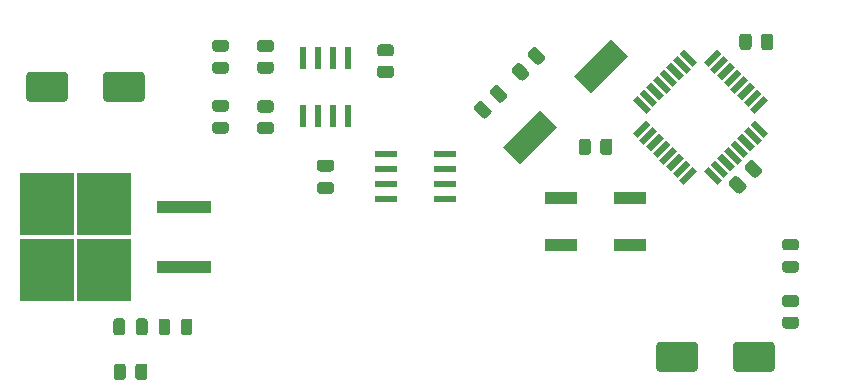
<source format=gbr>
%TF.GenerationSoftware,KiCad,Pcbnew,(5.1.8-0-10_14)*%
%TF.CreationDate,2021-01-12T16:11:11+01:00*%
%TF.ProjectId,battery_checker,62617474-6572-4795-9f63-6865636b6572,rev?*%
%TF.SameCoordinates,Original*%
%TF.FileFunction,Paste,Top*%
%TF.FilePolarity,Positive*%
%FSLAX46Y46*%
G04 Gerber Fmt 4.6, Leading zero omitted, Abs format (unit mm)*
G04 Created by KiCad (PCBNEW (5.1.8-0-10_14)) date 2021-01-12 16:11:11*
%MOMM*%
%LPD*%
G01*
G04 APERTURE LIST*
%ADD10R,0.600000X1.970000*%
%ADD11R,4.600000X1.100000*%
%ADD12R,4.550000X5.250000*%
%ADD13R,2.800000X1.000000*%
%ADD14C,0.100000*%
%ADD15R,1.970000X0.600000*%
G04 APERTURE END LIST*
%TO.C,C1*%
G36*
G01*
X147302322Y-97209429D02*
X146630571Y-96537678D01*
G75*
G02*
X146630571Y-96184124I176777J176777D01*
G01*
X146984124Y-95830571D01*
G75*
G02*
X147337678Y-95830571I176777J-176777D01*
G01*
X148009429Y-96502322D01*
G75*
G02*
X148009429Y-96855876I-176777J-176777D01*
G01*
X147655876Y-97209429D01*
G75*
G02*
X147302322Y-97209429I-176777J176777D01*
G01*
G37*
G36*
G01*
X148645824Y-95865927D02*
X147974073Y-95194176D01*
G75*
G02*
X147974073Y-94840622I176777J176777D01*
G01*
X148327626Y-94487069D01*
G75*
G02*
X148681180Y-94487069I176777J-176777D01*
G01*
X149352931Y-95158820D01*
G75*
G02*
X149352931Y-95512374I-176777J-176777D01*
G01*
X148999378Y-95865927D01*
G75*
G02*
X148645824Y-95865927I-176777J176777D01*
G01*
G37*
%TD*%
%TO.C,C2*%
G36*
G01*
X144125927Y-99042322D02*
X144797678Y-99714073D01*
G75*
G02*
X144797678Y-100067627I-176777J-176777D01*
G01*
X144444125Y-100421180D01*
G75*
G02*
X144090571Y-100421180I-176777J176777D01*
G01*
X143418820Y-99749429D01*
G75*
G02*
X143418820Y-99395875I176777J176777D01*
G01*
X143772373Y-99042322D01*
G75*
G02*
X144125927Y-99042322I176777J-176777D01*
G01*
G37*
G36*
G01*
X145469429Y-97698820D02*
X146141180Y-98370571D01*
G75*
G02*
X146141180Y-98724125I-176777J-176777D01*
G01*
X145787627Y-99077678D01*
G75*
G02*
X145434073Y-99077678I-176777J176777D01*
G01*
X144762322Y-98405927D01*
G75*
G02*
X144762322Y-98052373I176777J176777D01*
G01*
X145115875Y-97698820D01*
G75*
G02*
X145469429Y-97698820I176777J-176777D01*
G01*
G37*
%TD*%
%TO.C,C3*%
G36*
G01*
X114750000Y-118585000D02*
X114750000Y-117635000D01*
G75*
G02*
X115000000Y-117385000I250000J0D01*
G01*
X115500000Y-117385000D01*
G75*
G02*
X115750000Y-117635000I0J-250000D01*
G01*
X115750000Y-118585000D01*
G75*
G02*
X115500000Y-118835000I-250000J0D01*
G01*
X115000000Y-118835000D01*
G75*
G02*
X114750000Y-118585000I0J250000D01*
G01*
G37*
G36*
G01*
X112850000Y-118585000D02*
X112850000Y-117635000D01*
G75*
G02*
X113100000Y-117385000I250000J0D01*
G01*
X113600000Y-117385000D01*
G75*
G02*
X113850000Y-117635000I0J-250000D01*
G01*
X113850000Y-118585000D01*
G75*
G02*
X113600000Y-118835000I-250000J0D01*
G01*
X113100000Y-118835000D01*
G75*
G02*
X112850000Y-118585000I0J250000D01*
G01*
G37*
%TD*%
%TO.C,C4*%
G36*
G01*
X105490000Y-98790000D02*
X105490000Y-96790000D01*
G75*
G02*
X105740000Y-96540000I250000J0D01*
G01*
X108740000Y-96540000D01*
G75*
G02*
X108990000Y-96790000I0J-250000D01*
G01*
X108990000Y-98790000D01*
G75*
G02*
X108740000Y-99040000I-250000J0D01*
G01*
X105740000Y-99040000D01*
G75*
G02*
X105490000Y-98790000I0J250000D01*
G01*
G37*
G36*
G01*
X111990000Y-98790000D02*
X111990000Y-96790000D01*
G75*
G02*
X112240000Y-96540000I250000J0D01*
G01*
X115240000Y-96540000D01*
G75*
G02*
X115490000Y-96790000I0J-250000D01*
G01*
X115490000Y-98790000D01*
G75*
G02*
X115240000Y-99040000I-250000J0D01*
G01*
X112240000Y-99040000D01*
G75*
G02*
X111990000Y-98790000I0J250000D01*
G01*
G37*
%TD*%
%TO.C,C5*%
G36*
G01*
X130335000Y-103960000D02*
X131285000Y-103960000D01*
G75*
G02*
X131535000Y-104210000I0J-250000D01*
G01*
X131535000Y-104710000D01*
G75*
G02*
X131285000Y-104960000I-250000J0D01*
G01*
X130335000Y-104960000D01*
G75*
G02*
X130085000Y-104710000I0J250000D01*
G01*
X130085000Y-104210000D01*
G75*
G02*
X130335000Y-103960000I250000J0D01*
G01*
G37*
G36*
G01*
X130335000Y-105860000D02*
X131285000Y-105860000D01*
G75*
G02*
X131535000Y-106110000I0J-250000D01*
G01*
X131535000Y-106610000D01*
G75*
G02*
X131285000Y-106860000I-250000J0D01*
G01*
X130335000Y-106860000D01*
G75*
G02*
X130085000Y-106610000I0J250000D01*
G01*
X130085000Y-106110000D01*
G75*
G02*
X130335000Y-105860000I250000J0D01*
G01*
G37*
%TD*%
%TO.C,C6*%
G36*
G01*
X165330000Y-121650000D02*
X165330000Y-119650000D01*
G75*
G02*
X165580000Y-119400000I250000J0D01*
G01*
X168580000Y-119400000D01*
G75*
G02*
X168830000Y-119650000I0J-250000D01*
G01*
X168830000Y-121650000D01*
G75*
G02*
X168580000Y-121900000I-250000J0D01*
G01*
X165580000Y-121900000D01*
G75*
G02*
X165330000Y-121650000I0J250000D01*
G01*
G37*
G36*
G01*
X158830000Y-121650000D02*
X158830000Y-119650000D01*
G75*
G02*
X159080000Y-119400000I250000J0D01*
G01*
X162080000Y-119400000D01*
G75*
G02*
X162330000Y-119650000I0J-250000D01*
G01*
X162330000Y-121650000D01*
G75*
G02*
X162080000Y-121900000I-250000J0D01*
G01*
X159080000Y-121900000D01*
G75*
G02*
X158830000Y-121650000I0J250000D01*
G01*
G37*
%TD*%
%TO.C,C7*%
G36*
G01*
X165680571Y-106771180D02*
X165008820Y-106099429D01*
G75*
G02*
X165008820Y-105745875I176777J176777D01*
G01*
X165362373Y-105392322D01*
G75*
G02*
X165715927Y-105392322I176777J-176777D01*
G01*
X166387678Y-106064073D01*
G75*
G02*
X166387678Y-106417627I-176777J-176777D01*
G01*
X166034125Y-106771180D01*
G75*
G02*
X165680571Y-106771180I-176777J176777D01*
G01*
G37*
G36*
G01*
X167024073Y-105427678D02*
X166352322Y-104755927D01*
G75*
G02*
X166352322Y-104402373I176777J176777D01*
G01*
X166705875Y-104048820D01*
G75*
G02*
X167059429Y-104048820I176777J-176777D01*
G01*
X167731180Y-104720571D01*
G75*
G02*
X167731180Y-105074125I-176777J-176777D01*
G01*
X167377627Y-105427678D01*
G75*
G02*
X167024073Y-105427678I-176777J176777D01*
G01*
G37*
%TD*%
%TO.C,D1*%
G36*
G01*
X121463750Y-95700000D02*
X122376250Y-95700000D01*
G75*
G02*
X122620000Y-95943750I0J-243750D01*
G01*
X122620000Y-96431250D01*
G75*
G02*
X122376250Y-96675000I-243750J0D01*
G01*
X121463750Y-96675000D01*
G75*
G02*
X121220000Y-96431250I0J243750D01*
G01*
X121220000Y-95943750D01*
G75*
G02*
X121463750Y-95700000I243750J0D01*
G01*
G37*
G36*
G01*
X121463750Y-93825000D02*
X122376250Y-93825000D01*
G75*
G02*
X122620000Y-94068750I0J-243750D01*
G01*
X122620000Y-94556250D01*
G75*
G02*
X122376250Y-94800000I-243750J0D01*
G01*
X121463750Y-94800000D01*
G75*
G02*
X121220000Y-94556250I0J243750D01*
G01*
X121220000Y-94068750D01*
G75*
G02*
X121463750Y-93825000I243750J0D01*
G01*
G37*
%TD*%
%TO.C,D2*%
G36*
G01*
X121463750Y-98905000D02*
X122376250Y-98905000D01*
G75*
G02*
X122620000Y-99148750I0J-243750D01*
G01*
X122620000Y-99636250D01*
G75*
G02*
X122376250Y-99880000I-243750J0D01*
G01*
X121463750Y-99880000D01*
G75*
G02*
X121220000Y-99636250I0J243750D01*
G01*
X121220000Y-99148750D01*
G75*
G02*
X121463750Y-98905000I243750J0D01*
G01*
G37*
G36*
G01*
X121463750Y-100780000D02*
X122376250Y-100780000D01*
G75*
G02*
X122620000Y-101023750I0J-243750D01*
G01*
X122620000Y-101511250D01*
G75*
G02*
X122376250Y-101755000I-243750J0D01*
G01*
X121463750Y-101755000D01*
G75*
G02*
X121220000Y-101511250I0J243750D01*
G01*
X121220000Y-101023750D01*
G75*
G02*
X121463750Y-100780000I243750J0D01*
G01*
G37*
%TD*%
%TO.C,D3*%
G36*
G01*
X170636250Y-113517500D02*
X169723750Y-113517500D01*
G75*
G02*
X169480000Y-113273750I0J243750D01*
G01*
X169480000Y-112786250D01*
G75*
G02*
X169723750Y-112542500I243750J0D01*
G01*
X170636250Y-112542500D01*
G75*
G02*
X170880000Y-112786250I0J-243750D01*
G01*
X170880000Y-113273750D01*
G75*
G02*
X170636250Y-113517500I-243750J0D01*
G01*
G37*
G36*
G01*
X170636250Y-111642500D02*
X169723750Y-111642500D01*
G75*
G02*
X169480000Y-111398750I0J243750D01*
G01*
X169480000Y-110911250D01*
G75*
G02*
X169723750Y-110667500I243750J0D01*
G01*
X170636250Y-110667500D01*
G75*
G02*
X170880000Y-110911250I0J-243750D01*
G01*
X170880000Y-111398750D01*
G75*
G02*
X170636250Y-111642500I-243750J0D01*
G01*
G37*
%TD*%
D10*
%TO.C,IC1*%
X132715000Y-100260000D03*
X131445000Y-100260000D03*
X130175000Y-100260000D03*
X128905000Y-100260000D03*
X128905000Y-95320000D03*
X130175000Y-95320000D03*
X131445000Y-95320000D03*
X132715000Y-95320000D03*
%TD*%
D11*
%TO.C,Q1*%
X118805000Y-113030000D03*
X118805000Y-107950000D03*
D12*
X107230000Y-107715000D03*
X112080000Y-113265000D03*
X107230000Y-113265000D03*
X112080000Y-107715000D03*
%TD*%
%TO.C,R1*%
G36*
G01*
X152245000Y-103320001D02*
X152245000Y-102419999D01*
G75*
G02*
X152494999Y-102170000I249999J0D01*
G01*
X153020001Y-102170000D01*
G75*
G02*
X153270000Y-102419999I0J-249999D01*
G01*
X153270000Y-103320001D01*
G75*
G02*
X153020001Y-103570000I-249999J0D01*
G01*
X152494999Y-103570000D01*
G75*
G02*
X152245000Y-103320001I0J249999D01*
G01*
G37*
G36*
G01*
X154070000Y-103320001D02*
X154070000Y-102419999D01*
G75*
G02*
X154319999Y-102170000I249999J0D01*
G01*
X154845001Y-102170000D01*
G75*
G02*
X155095000Y-102419999I0J-249999D01*
G01*
X155095000Y-103320001D01*
G75*
G02*
X154845001Y-103570000I-249999J0D01*
G01*
X154319999Y-103570000D01*
G75*
G02*
X154070000Y-103320001I0J249999D01*
G01*
G37*
%TD*%
%TO.C,R3*%
G36*
G01*
X125279999Y-95650000D02*
X126180001Y-95650000D01*
G75*
G02*
X126430000Y-95899999I0J-249999D01*
G01*
X126430000Y-96425001D01*
G75*
G02*
X126180001Y-96675000I-249999J0D01*
G01*
X125279999Y-96675000D01*
G75*
G02*
X125030000Y-96425001I0J249999D01*
G01*
X125030000Y-95899999D01*
G75*
G02*
X125279999Y-95650000I249999J0D01*
G01*
G37*
G36*
G01*
X125279999Y-93825000D02*
X126180001Y-93825000D01*
G75*
G02*
X126430000Y-94074999I0J-249999D01*
G01*
X126430000Y-94600001D01*
G75*
G02*
X126180001Y-94850000I-249999J0D01*
G01*
X125279999Y-94850000D01*
G75*
G02*
X125030000Y-94600001I0J249999D01*
G01*
X125030000Y-94074999D01*
G75*
G02*
X125279999Y-93825000I249999J0D01*
G01*
G37*
%TD*%
%TO.C,R4*%
G36*
G01*
X125279999Y-98940001D02*
X126180001Y-98940001D01*
G75*
G02*
X126430000Y-99190000I0J-249999D01*
G01*
X126430000Y-99715002D01*
G75*
G02*
X126180001Y-99965001I-249999J0D01*
G01*
X125279999Y-99965001D01*
G75*
G02*
X125030000Y-99715002I0J249999D01*
G01*
X125030000Y-99190000D01*
G75*
G02*
X125279999Y-98940001I249999J0D01*
G01*
G37*
G36*
G01*
X125279999Y-100765001D02*
X126180001Y-100765001D01*
G75*
G02*
X126430000Y-101015000I0J-249999D01*
G01*
X126430000Y-101540002D01*
G75*
G02*
X126180001Y-101790001I-249999J0D01*
G01*
X125279999Y-101790001D01*
G75*
G02*
X125030000Y-101540002I0J249999D01*
G01*
X125030000Y-101015000D01*
G75*
G02*
X125279999Y-100765001I249999J0D01*
G01*
G37*
%TD*%
%TO.C,R5*%
G36*
G01*
X169729999Y-117240000D02*
X170630001Y-117240000D01*
G75*
G02*
X170880000Y-117489999I0J-249999D01*
G01*
X170880000Y-118015001D01*
G75*
G02*
X170630001Y-118265000I-249999J0D01*
G01*
X169729999Y-118265000D01*
G75*
G02*
X169480000Y-118015001I0J249999D01*
G01*
X169480000Y-117489999D01*
G75*
G02*
X169729999Y-117240000I249999J0D01*
G01*
G37*
G36*
G01*
X169729999Y-115415000D02*
X170630001Y-115415000D01*
G75*
G02*
X170880000Y-115664999I0J-249999D01*
G01*
X170880000Y-116190001D01*
G75*
G02*
X170630001Y-116440000I-249999J0D01*
G01*
X169729999Y-116440000D01*
G75*
G02*
X169480000Y-116190001I0J249999D01*
G01*
X169480000Y-115664999D01*
G75*
G02*
X169729999Y-115415000I249999J0D01*
G01*
G37*
%TD*%
%TO.C,R6*%
G36*
G01*
X136340001Y-97032500D02*
X135439999Y-97032500D01*
G75*
G02*
X135190000Y-96782501I0J249999D01*
G01*
X135190000Y-96257499D01*
G75*
G02*
X135439999Y-96007500I249999J0D01*
G01*
X136340001Y-96007500D01*
G75*
G02*
X136590000Y-96257499I0J-249999D01*
G01*
X136590000Y-96782501D01*
G75*
G02*
X136340001Y-97032500I-249999J0D01*
G01*
G37*
G36*
G01*
X136340001Y-95207500D02*
X135439999Y-95207500D01*
G75*
G02*
X135190000Y-94957501I0J249999D01*
G01*
X135190000Y-94432499D01*
G75*
G02*
X135439999Y-94182500I249999J0D01*
G01*
X136340001Y-94182500D01*
G75*
G02*
X136590000Y-94432499I0J-249999D01*
G01*
X136590000Y-94957501D01*
G75*
G02*
X136340001Y-95207500I-249999J0D01*
G01*
G37*
%TD*%
D13*
%TO.C,SW1*%
X150770000Y-107220000D03*
X156570000Y-107220000D03*
X150770000Y-111220000D03*
X156570000Y-111220000D03*
%TD*%
D14*
%TO.C,U1*%
G36*
X160774555Y-94973666D02*
G01*
X161163464Y-94584757D01*
X162294835Y-95716128D01*
X161905926Y-96105037D01*
X160774555Y-94973666D01*
G37*
G36*
X160208870Y-95539352D02*
G01*
X160597779Y-95150443D01*
X161729150Y-96281814D01*
X161340241Y-96670723D01*
X160208870Y-95539352D01*
G37*
G36*
X159643184Y-96105037D02*
G01*
X160032093Y-95716128D01*
X161163464Y-96847499D01*
X160774555Y-97236408D01*
X159643184Y-96105037D01*
G37*
G36*
X159077499Y-96670722D02*
G01*
X159466408Y-96281813D01*
X160597779Y-97413184D01*
X160208870Y-97802093D01*
X159077499Y-96670722D01*
G37*
G36*
X158511813Y-97236408D02*
G01*
X158900722Y-96847499D01*
X160032093Y-97978870D01*
X159643184Y-98367779D01*
X158511813Y-97236408D01*
G37*
G36*
X157946128Y-97802093D02*
G01*
X158335037Y-97413184D01*
X159466408Y-98544555D01*
X159077499Y-98933464D01*
X157946128Y-97802093D01*
G37*
G36*
X157380443Y-98367779D02*
G01*
X157769352Y-97978870D01*
X158900723Y-99110241D01*
X158511814Y-99499150D01*
X157380443Y-98367779D01*
G37*
G36*
X156814757Y-98933464D02*
G01*
X157203666Y-98544555D01*
X158335037Y-99675926D01*
X157946128Y-100064835D01*
X156814757Y-98933464D01*
G37*
G36*
X157203666Y-102115445D02*
G01*
X156814757Y-101726536D01*
X157946128Y-100595165D01*
X158335037Y-100984074D01*
X157203666Y-102115445D01*
G37*
G36*
X157769352Y-102681130D02*
G01*
X157380443Y-102292221D01*
X158511814Y-101160850D01*
X158900723Y-101549759D01*
X157769352Y-102681130D01*
G37*
G36*
X158335037Y-103246816D02*
G01*
X157946128Y-102857907D01*
X159077499Y-101726536D01*
X159466408Y-102115445D01*
X158335037Y-103246816D01*
G37*
G36*
X158900722Y-103812501D02*
G01*
X158511813Y-103423592D01*
X159643184Y-102292221D01*
X160032093Y-102681130D01*
X158900722Y-103812501D01*
G37*
G36*
X159466408Y-104378187D02*
G01*
X159077499Y-103989278D01*
X160208870Y-102857907D01*
X160597779Y-103246816D01*
X159466408Y-104378187D01*
G37*
G36*
X160032093Y-104943872D02*
G01*
X159643184Y-104554963D01*
X160774555Y-103423592D01*
X161163464Y-103812501D01*
X160032093Y-104943872D01*
G37*
G36*
X160597779Y-105509557D02*
G01*
X160208870Y-105120648D01*
X161340241Y-103989277D01*
X161729150Y-104378186D01*
X160597779Y-105509557D01*
G37*
G36*
X161163464Y-106075243D02*
G01*
X160774555Y-105686334D01*
X161905926Y-104554963D01*
X162294835Y-104943872D01*
X161163464Y-106075243D01*
G37*
G36*
X162825165Y-104943872D02*
G01*
X163214074Y-104554963D01*
X164345445Y-105686334D01*
X163956536Y-106075243D01*
X162825165Y-104943872D01*
G37*
G36*
X163390850Y-104378186D02*
G01*
X163779759Y-103989277D01*
X164911130Y-105120648D01*
X164522221Y-105509557D01*
X163390850Y-104378186D01*
G37*
G36*
X163956536Y-103812501D02*
G01*
X164345445Y-103423592D01*
X165476816Y-104554963D01*
X165087907Y-104943872D01*
X163956536Y-103812501D01*
G37*
G36*
X164522221Y-103246816D02*
G01*
X164911130Y-102857907D01*
X166042501Y-103989278D01*
X165653592Y-104378187D01*
X164522221Y-103246816D01*
G37*
G36*
X165087907Y-102681130D02*
G01*
X165476816Y-102292221D01*
X166608187Y-103423592D01*
X166219278Y-103812501D01*
X165087907Y-102681130D01*
G37*
G36*
X165653592Y-102115445D02*
G01*
X166042501Y-101726536D01*
X167173872Y-102857907D01*
X166784963Y-103246816D01*
X165653592Y-102115445D01*
G37*
G36*
X166219277Y-101549759D02*
G01*
X166608186Y-101160850D01*
X167739557Y-102292221D01*
X167350648Y-102681130D01*
X166219277Y-101549759D01*
G37*
G36*
X166784963Y-100984074D02*
G01*
X167173872Y-100595165D01*
X168305243Y-101726536D01*
X167916334Y-102115445D01*
X166784963Y-100984074D01*
G37*
G36*
X167173872Y-100064835D02*
G01*
X166784963Y-99675926D01*
X167916334Y-98544555D01*
X168305243Y-98933464D01*
X167173872Y-100064835D01*
G37*
G36*
X166608186Y-99499150D02*
G01*
X166219277Y-99110241D01*
X167350648Y-97978870D01*
X167739557Y-98367779D01*
X166608186Y-99499150D01*
G37*
G36*
X166042501Y-98933464D02*
G01*
X165653592Y-98544555D01*
X166784963Y-97413184D01*
X167173872Y-97802093D01*
X166042501Y-98933464D01*
G37*
G36*
X165476816Y-98367779D02*
G01*
X165087907Y-97978870D01*
X166219278Y-96847499D01*
X166608187Y-97236408D01*
X165476816Y-98367779D01*
G37*
G36*
X164911130Y-97802093D02*
G01*
X164522221Y-97413184D01*
X165653592Y-96281813D01*
X166042501Y-96670722D01*
X164911130Y-97802093D01*
G37*
G36*
X164345445Y-97236408D02*
G01*
X163956536Y-96847499D01*
X165087907Y-95716128D01*
X165476816Y-96105037D01*
X164345445Y-97236408D01*
G37*
G36*
X163779759Y-96670723D02*
G01*
X163390850Y-96281814D01*
X164522221Y-95150443D01*
X164911130Y-95539352D01*
X163779759Y-96670723D01*
G37*
G36*
X163214074Y-96105037D02*
G01*
X162825165Y-95716128D01*
X163956536Y-94584757D01*
X164345445Y-94973666D01*
X163214074Y-96105037D01*
G37*
%TD*%
D15*
%TO.C,U2*%
X135960000Y-103505000D03*
X135960000Y-104775000D03*
X135960000Y-106045000D03*
X135960000Y-107315000D03*
X140900000Y-107315000D03*
X140900000Y-106045000D03*
X140900000Y-104775000D03*
X140900000Y-103505000D03*
%TD*%
D14*
%TO.C,Y1*%
G36*
X155019087Y-93756699D02*
G01*
X156433301Y-95170913D01*
X153251321Y-98352893D01*
X151837107Y-96938679D01*
X155019087Y-93756699D01*
G37*
G36*
X149008679Y-99767107D02*
G01*
X150422893Y-101181321D01*
X147240913Y-104363301D01*
X145826699Y-102949087D01*
X149008679Y-99767107D01*
G37*
%TD*%
%TO.C,D4*%
G36*
G01*
X116685000Y-118566250D02*
X116685000Y-117653750D01*
G75*
G02*
X116928750Y-117410000I243750J0D01*
G01*
X117416250Y-117410000D01*
G75*
G02*
X117660000Y-117653750I0J-243750D01*
G01*
X117660000Y-118566250D01*
G75*
G02*
X117416250Y-118810000I-243750J0D01*
G01*
X116928750Y-118810000D01*
G75*
G02*
X116685000Y-118566250I0J243750D01*
G01*
G37*
G36*
G01*
X118560000Y-118566250D02*
X118560000Y-117653750D01*
G75*
G02*
X118803750Y-117410000I243750J0D01*
G01*
X119291250Y-117410000D01*
G75*
G02*
X119535000Y-117653750I0J-243750D01*
G01*
X119535000Y-118566250D01*
G75*
G02*
X119291250Y-118810000I-243750J0D01*
G01*
X118803750Y-118810000D01*
G75*
G02*
X118560000Y-118566250I0J243750D01*
G01*
G37*
%TD*%
%TO.C,R7*%
G36*
G01*
X115725000Y-121469999D02*
X115725000Y-122370001D01*
G75*
G02*
X115475001Y-122620000I-249999J0D01*
G01*
X114949999Y-122620000D01*
G75*
G02*
X114700000Y-122370001I0J249999D01*
G01*
X114700000Y-121469999D01*
G75*
G02*
X114949999Y-121220000I249999J0D01*
G01*
X115475001Y-121220000D01*
G75*
G02*
X115725000Y-121469999I0J-249999D01*
G01*
G37*
G36*
G01*
X113900000Y-121469999D02*
X113900000Y-122370001D01*
G75*
G02*
X113650001Y-122620000I-249999J0D01*
G01*
X113124999Y-122620000D01*
G75*
G02*
X112875000Y-122370001I0J249999D01*
G01*
X112875000Y-121469999D01*
G75*
G02*
X113124999Y-121220000I249999J0D01*
G01*
X113650001Y-121220000D01*
G75*
G02*
X113900000Y-121469999I0J-249999D01*
G01*
G37*
%TD*%
%TO.C,R8*%
G36*
G01*
X165857500Y-94430001D02*
X165857500Y-93529999D01*
G75*
G02*
X166107499Y-93280000I249999J0D01*
G01*
X166632501Y-93280000D01*
G75*
G02*
X166882500Y-93529999I0J-249999D01*
G01*
X166882500Y-94430001D01*
G75*
G02*
X166632501Y-94680000I-249999J0D01*
G01*
X166107499Y-94680000D01*
G75*
G02*
X165857500Y-94430001I0J249999D01*
G01*
G37*
G36*
G01*
X167682500Y-94430001D02*
X167682500Y-93529999D01*
G75*
G02*
X167932499Y-93280000I249999J0D01*
G01*
X168457501Y-93280000D01*
G75*
G02*
X168707500Y-93529999I0J-249999D01*
G01*
X168707500Y-94430001D01*
G75*
G02*
X168457501Y-94680000I-249999J0D01*
G01*
X167932499Y-94680000D01*
G75*
G02*
X167682500Y-94430001I0J249999D01*
G01*
G37*
%TD*%
M02*

</source>
